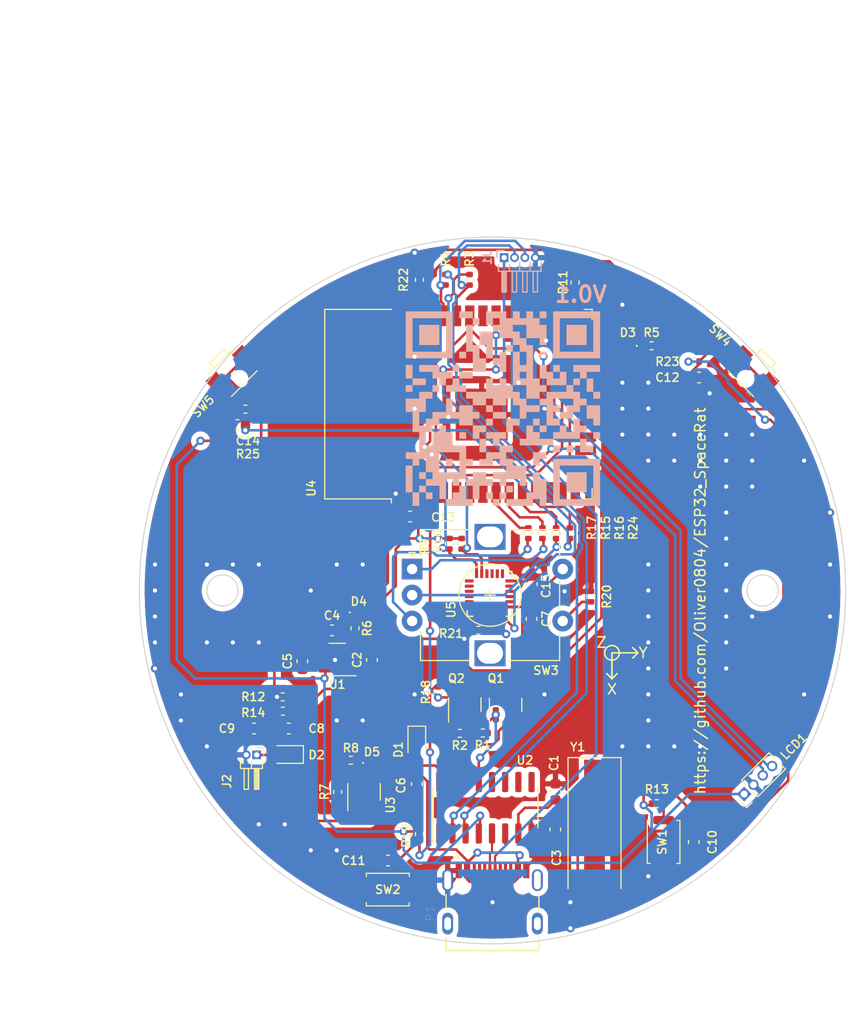
<source format=kicad_pcb>
(kicad_pcb (version 20211014) (generator pcbnew)
  (layers (0 "F.Cu" signal) (31 "B.Cu" signal) (34 "B.Paste" user) (35 "F.Paste" user) (36 "B.SilkS" user "B.Silkscreen") (37 "F.SilkS" user "F.Silkscreen") (38 "B.Mask" user) (39 "F.Mask" user) (44 "Edge.Cuts" user))
  (net 0 "")
  (net 1 "Net-(C1-Pad1)")
  (net 2 "Net-(C2-Pad1)")
  (net 3 "Net-(C4-Pad1)")
  (net 4 "+5V")
  (net 5 "/Li_BAT")
  (net 6 "/ADC0")
  (net 7 "Net-(C10-Pad2)")
  (net 8 "Net-(C11-Pad2)")
  (net 9 "Net-(C12-Pad2)")
  (net 10 "Net-(D3-Pad1)")
  (net 11 "Net-(D4-Pad1)")
  (net 12 "/ESP32_IO2")
  (net 13 "Net-(D5-Pad1)")
  (net 14 "/LCD_SCL")
  (net 15 "/LCD_SDA")
  (net 17 "/USB_D+")
  (net 18 "Net-(C14-Pad2)")
  (net 22 "/DTR")
  (net 23 "Net-(Q1-Pad2)")
  (net 24 "/RTS")
  (net 25 "Net-(Q2-Pad2)")
  (net 26 "Net-(R3-Pad1)")
  (net 27 "Net-(R4-Pad1)")
  (net 28 "Net-(R7-Pad1)")
  (net 29 "Net-(R8-Pad1)")
  (net 30 "/BT1")
  (net 31 "/ESP32_IO0")
  (net 32 "/BT2")
  (net 35 "Net-(R21-Pad1)")
  (net 36 "GND")
  (net 37 "Net-(R15-Pad2)")
  (net 38 "Net-(R16-Pad2)")
  (net 39 "Net-(C3-Pad1)")
  (net 40 "Net-(R17-Pad2)")
  (net 41 "Net-(R20-Pad1)")
  (net 42 "/USB_D-")
  (net 43 "+3V3")
  (net 46 "/ENCODER_A")
  (net 47 "/ENCODER_B")
  (net 48 "/ENCODER_C")
  (net 49 "/MPU_INT")
  (net 50 "/UART_RX")
  (net 51 "/UART_TX")
  (net 53 "/ESP32_EN")
  (footprint "RF_Module:ESP32-WROOM-32" (layer "F.Cu") (at 99.71 82.07 90)
    (fp_text reference "U4")
    (fp_text value "ESP32-WROOM-32D")
  )
  (footprint "Capacitor_SMD:C_0603_1608Metric" (layer "F.Cu") (at 103.76 102.73 -90)
    (fp_text reference "C7")
    (fp_text value "10uF")
  )
  (footprint "Resistor_SMD:R_0402_1005Metric" (layer "F.Cu") (at 96.85 113.7425 180)
    (fp_text reference "R2")
    (fp_text value "R")
  )
  (footprint "Capacitor_SMD:C_0603_1608Metric" (layer "F.Cu") (at 103.78 99.39 90)
    (fp_text reference "C15")
    (fp_text value "0.1uF")
  )
  (footprint "Resistor_SMD:R_0402_1005Metric" (layer "F.Cu") (at 99.06 113.7125 180)
    (fp_text reference "R1")
    (fp_text value "R")
  )
  (footprint "Capacitor_SMD:C_0603_1608Metric" (layer "F.Cu") (at 88.392 106.68 90)
    (fp_text reference "C2")
    (fp_text value "4.7uF")
  )
  (footprint "Button_Switch_SMD:SW_SPST_EVQP7C" (layer "F.Cu") (at 125 79 135)
    (fp_text reference "SW4")
    (fp_text value "SW_Push")
  )
  (footprint "Capacitor_SMD:C_0603_1608Metric" (layer "F.Cu") (at 77.04 113.284 180)
    (fp_text reference "C9")
    (fp_text value "100pF")
  )
  (footprint "Resistor_SMD:R_0402_1005Metric" (layer "F.Cu") (at 79.82 111.61 180)
    (fp_text reference "R14")
    (fp_text value "1MR")
  )
  (footprint "Resistor_SMD:R_0402_1005Metric" (layer "F.Cu") (at 95.474 70.094 -90)
    (fp_text reference "R4")
    (fp_text value "1K")
  )
  (footprint "LED_SMD:LED_0201_0603Metric" (layer "F.Cu") (at 113.03 76.454 180)
    (fp_text reference "D3")
    (fp_text value "LED")
  )
  (footprint "Capacitor_SMD:C_0603_1608Metric" (layer "F.Cu") (at 119.888 79.502 180)
    (fp_text reference "C12")
    (fp_text value "0.1uF")
  )
  (footprint "Resistor_SMD:R_0402_1005Metric" (layer "F.Cu") (at 107.95 70.358 90)
    (fp_text reference "R11")
    (fp_text value "470R")
  )
  (footprint "Button_Switch_SMD:SW_SPST_EVQP7C" (layer "F.Cu") (at 75 79 -135)
    (fp_text reference "SW5")
    (fp_text value "SW_Push")
  )
  (footprint "Resistor_SMD:R_0402_1005Metric" (layer "F.Cu") (at 76.2 82.55 180)
    (fp_text reference "R25")
    (fp_text value "4.7K")
  )
  (footprint "Package_TO_SOT_SMD:SOT-23-5" (layer "F.Cu") (at 87.63 119.38 90)
    (fp_text reference "U3")
    (fp_text value "MCP73832-5-OT")
  )
  (footprint "Crystal:Crystal_SMD_HC49-SD" (layer "F.Cu") (at 109.82 122.78 -90)
    (fp_text reference "Y1")
    (fp_text value "12Mhz")
  )
  (footprint "Rotary_Encoder:RotaryEncoder_Alps_EC12E-Switch_Vertical_H20mm" (layer "F.Cu") (at 92.26 97.94)
    (fp_text reference "SW3")
    (fp_text value "RotaryEncoder_Switch")
  )
  (footprint "Capacitor_SMD:C_0603_1608Metric" (layer "F.Cu") (at 84.55 103.84)
    (fp_text reference "C4")
    (fp_text value "470pF")
  )
  (footprint "Resistor_SMD:R_0402_1005Metric" (layer "F.Cu") (at 79.8 110.236 180)
    (fp_text reference "R12")
    (fp_text value "1M")
  )
  (footprint "Button_Switch_SMD:SW_Push_SPST_NO_Alps_SKRK" (layer "F.Cu") (at 116.47 124.194 90)
    (fp_text reference "SW1")
    (fp_text value "SW_Push")
  )
  (footprint "Capacitor_SMD:C_0603_1608Metric" (layer "F.Cu") (at 119.38 124.206 90)
    (fp_text reference "C10")
    (fp_text value "0.1uF")
  )
  (footprint "Resistor_SMD:R_0402_1005Metric" (layer "F.Cu") (at 92.964 70.104 90)
    (fp_text reference "R22")
    (fp_text value "330R")
  )
  (footprint "Capacitor_SMD:C_0603_1608Metric" (layer "F.Cu") (at 92.07 92.88 180)
    (fp_text reference "C13")
    (fp_text value "10nF")
  )
  (footprint "LED_SMD:LED_0201_0603Metric" (layer "F.Cu") (at 87.122 102.108)
    (fp_text reference "D4")
    (fp_text value "LED")
  )
  (footprint "Resistor_SMD:R_0402_1005Metric" (layer "F.Cu") (at 104.802 94.488 -90)
    (fp_text reference "R15")
    (fp_text value "R")
  )
  (footprint "Resistor_SMD:R_0402_1005Metric" (layer "F.Cu") (at 106.122 94.488 -90)
    (fp_text reference "R16")
    (fp_text value "R")
  )
  (footprint "Resistor_SMD:R_0402_1005Metric" (layer "F.Cu") (at 97.79 70.104 -90)
    (fp_text reference "R3")
    (fp_text value "4.7K")
  )
  (footprint "Capacitor_SMD:C_0603_1608Metric" (layer "F.Cu") (at 106.06 119.38 90)
    (fp_text reference "C1")
    (fp_text value "22p")
  )
  (footprint "Resistor_SMD:R_0402_1005Metric" (layer "F.Cu") (at 115.824 120.514)
    (fp_text reference "R13")
    (fp_text value "10K")
  )
  (footprint "Connector_USB:HRI_TYPE_C" (layer "F.Cu") (at 100 132.05)
    (fp_text reference "P1")
    (fp_text value "USB_C_Plug")
  )
  (footprint "Resistor_SMD:R_0402_1005Metric" (layer "F.Cu") (at 97.028 95.504 -90)
    (fp_text reference "R10")
    (fp_text value "4.7K")
  )
  (footprint "Package_TO_SOT_SMD:SOT-23" (layer "F.Cu") (at 97.33 110.9825 90)
    (fp_text reference "Q2")
    (fp_text value "Q_NPN_EBC")
  )
  (footprint "Sensor_Motion:InvenSense_QFN-24_4x4mm_P0.5mm" (layer "F.Cu") (at 99.71 100.33)
    (fp_text reference "U5")
    (fp_text value "MPU-6050")
  )
  (footprint "Resistor_SMD:R_0402_1005Metric" (layer "F.Cu") (at 92.964 123.444 -90)
    (fp_text reference "R19")
    (fp_text value "10K")
  )
  (footprint "Resistor_SMD:R_0402_1005Metric" (layer "F.Cu") (at 119.378 77.978)
    (fp_text reference "R23")
    (fp_text value "4.7K")
  )
  (footprint "LED_SMD:LED_0201_0603Metric" (layer "F.Cu") (at 88.392 116.586)
    (fp_text reference "D5")
    (fp_text value "LED")
  )
  (footprint "Resistor_SMD:R_0402_1005Metric" (layer "F.Cu") (at 86.36 116.332)
    (fp_text reference "R8")
    (fp_text value "470R")
  )
  (footprint "Resistor_SMD:R_0402_1005Metric" (layer "F.Cu") (at 109.474 100.584 90)
    (fp_text reference "R20")
    (fp_text value "10KR")
  )
  (footprint "Resistor_SMD:R_0402_1005Metric" (layer "F.Cu") (at 95.85 95.5 -90)
    (fp_text reference "R9")
    (fp_text value "4.7K")
  )
  (footprint "Package_TO_SOT_SMD:SOT-23-5" (layer "F.Cu") (at 85.05 106.64 180)
    (fp_text reference "U1")
    (fp_text value "MIC5219-3.3YM5")
  )
  (footprint "Connector_PinHeader_1.00mm:PinHeader_1x02_P1.00mm_Horizontal" (layer "F.Cu") (at 77.29 115.815 -90)
    (fp_text reference "J2")
    (fp_text value "Conn_01x02")
  )
  (footprint "Package_TO_SOT_SMD:SOT-23" (layer "F.Cu") (at 101.26 111.0125 90)
    (fp_text reference "Q1")
    (fp_text value "Q_NPN_EBC")
  )
  (footprint "Resistor_SMD:R_0402_1005Metric" (layer "F.Cu") (at 94.76 109.7825 90)
    (fp_text reference "R18")
    (fp_text value "470R")
  )
  (footprint "Capacitor_SMD:C_0603_1608Metric" (layer "F.Cu") (at 80.39 113.284)
    (fp_text reference "C8")
    (fp_text value "4.7uF")
  )
  (footprint "Capacitor_SMD:C_0603_1608Metric" (layer "F.Cu") (at 81.69 106.81 90)
    (fp_text reference "C5")
    (fp_text value "2.2uF")
  )
  (footprint "Diode_SMD:D_SOD-323" (layer "F.Cu") (at 92.71 114.554 -90)
    (fp_text reference "D1")
    (fp_text value "D")
  )
  (footprint "Resistor_SMD:R_0402_1005Metric" (layer "F.Cu") (at 107.442 94.488 -90)
    (fp_text reference "R24")
    (fp_text value "330R")
  )
  (footprint "Capacitor_SMD:C_0603_1608Metric" (layer "F.Cu") (at 92.71 118.618 -90)
    (fp_text reference "C6")
    (fp_text value "4.7uF")
  )
  (footprint "Resistor_SMD:R_0402_1005Metric" (layer "F.Cu") (at 98.64 103.82 180)
    (fp_text reference "R21")
    (fp_text value "NC")
  )
  (footprint "Package_SO:SOIC-16_3.9x9.9mm_P1.27mm" (layer "F.Cu") (at 99.314 120.904 90)
    (fp_text reference "U2")
    (fp_text value "CH340G")
  )
  (footprint "Capacitor_SMD:C_0603_1608Metric" (layer "F.Cu") (at 106.04 122.99 -90)
    (fp_text reference "C3")
    (fp_text value "22p")
  )
  (footprint "Capacitor_SMD:C_0603_1608Metric" (layer "F.Cu") (at 75.438 84.074)
    (fp_text reference "C14")
    (fp_text value "0.1uF")
  )
  (footprint "Button_Switch_SMD:SW_Push_SPST_NO_Alps_SKRK" (layer "F.Cu") (at 89.916 128.778)
    (fp_text reference "SW2")
    (fp_text value "SW_Push")
  )
  (footprint "Diode_SMD:D_SOD-323" (layer "F.Cu") (at 80.29 115.78 180)
    (fp_text reference "D2")
    (fp_text value "D")
  )
  (footprint "Resistor_SMD:R_0402_1005Metric" (layer "F.Cu") (at 86.76 103.632 -90)
    (fp_text reference "R6")
    (fp_text value "R")
  )
  (footprint "Resistor_SMD:R_0402_1005Metric" (layer "F.Cu") (at 103.452 94.488 -90)
    (fp_text reference "R17")
    (fp_text value "R")
  )
  (footprint "Resistor_SMD:R_0402_1005Metric" (layer "F.Cu") (at 115.316 76.454)
    (fp_text reference "R5")
    (fp_text value "R")
  )
  (footprint "Connector_PinHeader_1.27mm:PinHeader_1x04_P1.27mm_Vertical" (layer "F.Cu") (at 124.226497 119.583503 135)
    (fp_text reference "LCD1")
    (fp_text value "Conn_01x04")
  )
  (footprint "Resistor_SMD:R_0402_1005Metric" (layer "F.Cu") (at 85.09 119.382 -90)
    (fp_text reference "R7")
    (fp_text value "2K")
  )
  (footprint "Capacitor_SMD:C_0603_1608Metric" (layer "F.Cu") (at 89.929 125.984)
    (fp_text reference "C11")
    (fp_text value "0.1uF")
  )
  (footprint "LOGO" (layer "B.Cu") (at 101 82.5 180)
    (fp_text reference "V0.1")
    (fp_text value "LOGO" hide)
  )
  (footprint "Connector_PinHeader_1.00mm:PinHeader_1x04_P1.00mm_Horizontal" (layer "B.Cu") (at 101.116 67.967 -90)
    (fp_text reference "J1")
    (fp_text value "Conn_01x04")
  )
  (gr_circle (center 111.5 106) (end 112 106.5) (layer "F.SilkS") (width 0.15) (fill none))
  (gr_line (start 114 106) (end 113.5 106.5) (layer "F.SilkS") (width 0.15))
  (gr_line (start 111.5 108.5) (end 111 108) (layer "F.SilkS") (width 0.15))
  (gr_line (start 111.5 106) (end 111.5 108.5) (layer "F.SilkS") (width 0.15))
  (gr_line (start 114 106) (end 111.5 106) (layer "F.SilkS") (width 0.15))
  (gr_line (start 114 106) (end 113.5 105.5) (layer "F.SilkS") (width 0.15))
  (gr_line (start 113.5 105.5) (end 114 106) (layer "F.SilkS") (width 0.15))
  (gr_line (start 111.5 108.5) (end 112 108) (layer "F.SilkS") (width 0.15))
  (gr_line (start 111 108) (end 111.5 108.5) (layer "F.SilkS") (width 0.15))
  (gr_line (start 111.5 108.5) (end 111.5 106) (layer "F.SilkS") (width 0.15))
  (gr_circle (center 100 100) (end 134 100) (layer "Edge.Cuts") (width 0.1) (fill none))
  (gr_circle (center 126 100) (end 127.5 100) (layer "Edge.Cuts") (width 0.1) (fill none))
  (gr_circle (center 74 100) (end 75.5 100) (layer "Edge.Cuts") (width 0.1) (fill none))
  (gr_text "X\n" (at 111.5 109.5) (layer "F.SilkS") (effects (font (size 1 1))))
  (gr_text "https://github.com/Oliver0804/ESP32_SpaceRat" (at 120 101 90) (layer "F.SilkS") (effects (font (size 1 1))))
  (gr_text "Z" (at 110.5 105) (layer "F.SilkS") (effects (font (size 1 1))))
  (gr_text "Y\n" (at 114.5 106) (layer "F.SilkS") (effects (font (size 1 1))))
  (segment (start 108.8 118.53) (end 109.82 118.53) (width 0.25) (layer "F.Cu") (net 1))
  (segment (start 102.489 123.379) (end 102.489 121.539) (width 0.25) (layer "F.Cu") (net 1))
  (segment (start 106.06 120.155) (end 107.175 120.155) (width 0.25) (layer "F.Cu") (net 1))
  (segment (start 107.175 120.155) (end 108.8 118.53) (width 0.25) (layer "F.Cu") (net 1))
  (segment (start 105.311 120.904) (end 106.06 120.155) (width 0.25) (layer "F.Cu") (net 1))
  (segment (start 102.489 121.539) (end 103.124 120.904) (width 0.25) (layer "F.Cu") (net 1))
  (segment (start 103.124 120.904) (end 105.311 120.904) (width 0.25) (layer "F.Cu") (net 1))
  (segment (start 81.384 115.824) (end 82.296 115.824) (width 0.25) (layer "F.Cu") (net 2))
  (segment (start 82.55 115.57) (end 82.55 110.744) (width 0.25) (layer "F.Cu") (net 2))
  (segment (start 88.392 109.186) (end 88.392 108.458) (width 0.25) (layer "F.Cu") (net 2))
  (segment (start 83.82 109.474) (end 87.63 109.474) (width 0.25) (layer "F.Cu") (net 2))
  (segment (start 87.959138 107.59) (end 86.1875 107.59) (width 0.25) (layer "F.Cu") (net 2))
  (segment (start 82.296 115.824) (end 82.55 115.57) (width 0.25) (layer "F.Cu") (net 2))
  (segment (start 88.257 107.59) (end 88.392 107.455) (width 0.25) (layer "F.Cu") (net 2))
  (segment (start 89.19152 105.452382) (end 89.19152 106.357618) (width 0.25) (layer "F.Cu") (net 2))
  (segment (start 92.71 113.504) (end 88.392 109.186) (width 0.25) (layer "F.Cu") (net 2))
  (segment (start 88.392 108.458) (end 88.392 107.455) (width 0.25) (layer "F.Cu") (net 2))
  (segment (start 86.1875 105.69) (end 86.74702 105.13048) (width 0.25) (layer "F.Cu") (net 2))
  (segment (start 82.55 110.744) (end 83.82 109.474) (width 0.25) (layer "F.Cu") (net 2))
  (segment (start 86.1875 107.59) (end 88.257 107.59) (width 0.25) (layer "F.Cu") (net 2))
  (segment (start 86.74702 105.13048) (end 88.869618 105.13048) (width 0.25) (layer "F.Cu") (net 2))
  (segment (start 87.63 109.474) (end 88.392 108.712) (width 0.25) (layer "F.Cu") (net 2))
  (segment (start 88.869618 105.13048) (end 89.19152 105.452382) (width 0.25) (layer "F.Cu") (net 2))
  (segment (start 88.392 108.712) (end 88.392 108.458) (width 0.25) (layer "F.Cu") (net 2))
  (segment (start 89.19152 106.357618) (end 87.959138 107.59) (width 0.25) (layer "F.Cu") (net 2))
  (segment (start 83.9125 105.69) (end 83.9125 103.9775) (width 0.25) (layer "F.Cu") (net 3))
  (segment (start 83.9125 103.9775) (end 83.775 103.84) (width 0.25) (layer "F.Cu") (net 3))
  (segment (start 93.205 117.843) (end 92.71 117.843) (width 0.25) (layer "F.Cu") (net 4))
  (segment (start 102.45 126.955) (end 102.45 125.642) (width 0.25) (layer "F.Cu") (net 4))
  (segment (start 97.536 127.762) (end 97.79 128.016) (width 0.25) (layer "F.Cu") (net 4))
  (segment (start 97.55 126.224) (end 97.55 126.955) (width 0.25) (layer "F.Cu") (net 4))
  (segment (start 102.108 128.016) (end 102.45 127.674) (width 0.25) (layer "F.Cu") (net 4))
  (segment (start 102.45 127.674) (end 102.45 126.955) (width 0.25) (layer "F.Cu") (net 4))
  (segment (start 94.996 118.302) (end 94.869 118.429) (width 0.25) (layer "F.Cu") (net 4))
  (segment (start 102.45 125.642) (end 102.616 125.476) (width 0.25) (layer "F.Cu") (net 4))
  (segment (start 92.71 117.094) (end 92.964 116.84) (width 0.25) (layer "F.Cu") (net 4))
  (segment (start 94.996 117.348) (end 94.996 118.302) (width 0.25) (layer "F.Cu") (net 4))
  (segment (start 97.55 125.98) (end 96.491901 124.921901) (width 0.25) (layer "F.Cu") (net 4))
  (segment (start 92.71 117.843) (end 92.71 115.604) (width 0.25) (layer "F.Cu") (net 4))
  (segment (start 98.552 125.222) (end 97.55 126.224) (width 0.25) (layer "F.Cu") (net 4))
  (segment (start 88.58 118.2425) (end 88.58 117.414) (width 0.25) (layer "F.Cu") (net 4))
  (segment (start 97.55 126.955) (end 97.55 125.98) (width 0.25) (layer "F.Cu") (net 4))
  (segment (start 94.488 116.84) (end 94.996 117.348) (width 0.25) (layer "F.Cu") (net 4))
  (segment (start 97.536 126.969) (end 97.536 127.762) (width 0.25) (layer "F.Cu") (net 4))
  (segment (start 92.964 116.84) (end 94.488 116.84) (width 0.25) (layer "F.Cu") (net 4))
  (segment (start 88.966 116.84) (end 88.712 116.586) (width 0.25) (layer "F.Cu") (net 4))
  (segment (start 89.154 116.84) (end 88.966 116.84) (width 0.25) (layer "F.Cu") (net 4))
  (segment (start 96.491901 124.921901) (end 93.942501 124.921901) (width 0.25) (layer "F.Cu") (net 4))
  (segment (start 97.55 126.955) (end 97.536 126.969) (width 0.25) (layer "F.Cu") (net 4))
  (segment (start 92.71 117.843) (end 92.71 117.094) (width 0.25) (layer "F.Cu") (net 4))
  (segment (start 88.58 117.414) (end 89.154 116.84) (width 0.25) (layer "F.Cu") (net 4))
  (segment (start 93.942501 124.921901) (end 93.726 124.7054) (width 0.25) (layer "F.Cu") (net 4))
  (segment (start 92.71 117.094) (end 92.456 116.84) (width 0.25) (layer "F.Cu") (net 4))
  (segment (start 92.456 116.84) (end 89.154 116.84) (width 0.25) (layer "F.Cu") (net 4))
  (segment (start 93.726 118.364) (end 93.205 117.843) (width 0.25) (layer "F.Cu") (net 4))
  (segment (start 97.79 128.016) (end 102.108 128.016) (width 0.25) (layer "F.Cu") (net 4))
  (segment (start 93.726 124.7054) (end 93.726 118.364) (width 0.25) (layer "F.Cu") (net 4))
  (via (at 98.552 125.222) (size 0.8) (drill 0.4) (layers "F.Cu" "B.Cu") (net 4))
  (via (at 102.616 125.476) (size 0.8) (drill 0.4) (layers "F.Cu" "B.Cu") (net 4))
  (segment (start 109.982 92.71) (end 109.982 115.824) (width 0.25) (layer "B.Cu") (net 4))
  (segment (start 102.362 125.222) (end 98.552 125.222) (width 0.25) (layer "B.Cu") (net 4))
  (segment (start 100.584 125.222) (end 98.552 125.222) (width 0.25) (layer "B.Cu") (net 4))
  (segment (start 101.116 67.967) (end 101.116 83.844) (width 0.25) (layer "B.Cu") (net 4))
  (segment (start 109.982 115.824) (end 100.584 125.222) (width 0.25) (layer "B.Cu") (net 4))
  (segment (start 101.116 83.844) (end 109.982 92.71) (width 0.25) (layer "B.Cu") (net 4))
  (segment (start 102.616 125.476) (end 102.362 125.222) (width 0.25) (layer "B.Cu") (net 4))
  (segment (start 79.615 115.405) (end 79.615 113.284) (width 0.25) (layer "F.Cu") (net 5))
  (segment (start 79.24 118.356) (end 79.24 115.78) (width 0.25) (layer "F.Cu") (net 5))
  (segment (start 79.24 115.78) (end 79.615 115.405) (width 0.25) (layer "F.Cu") (net 5))
  (segment (start 79.205 115.815) (end 79.24 115.78) (width 0.25) (layer "F.Cu") (net 5))
  (segment (start 79.615 111.915) (end 79.31 111.61) (width 0.25) (layer "F.Cu") (net 5))
  (segment (start 88.58 121.732) (end 88.138 122.174) (width 0.25) (layer "F.Cu") (net 5))
  (segment (start 88.138 122.174) (end 83.058 122.174) (width 0.25) (layer "F.Cu") (net 5))
  (segment (start 83.058 122.174) (end 79.24 118.356) (width 0.25) (layer "F.Cu") (net 5))
  (segment (start 88.58 120.5175) (end 88.58 121.732) (width 0.25) (layer "F.Cu") (net 5))
  (segment (start 79.615 113.284) (end 79.615 111.915) (width 0.25) (layer "F.Cu") (net 5))
  (segment (start 77.29 115.815) (end 79.205 115.815) (width 0.25) (layer "F.Cu") (net 5))
  (segment (start 91.186 88.9) (end 78.994 101.092) (width 0.25) (layer "F.Cu") (net 6))
  (segment (start 77.815 113.284) (end 77.815 109.891) (width 0.25) (layer "F.Cu") (net 6))
  (segment (start 106.695 86.3536) (end 104.1486 88.9) (width 0.25) (layer "F.Cu") (net 6))
  (segment (start 80.31 109.52) (end 80.31 110.236) (width 0.25) (layer "F.Cu") (net 6))
  (segment (start 80.01 109.22) (end 80.31 109.52) (width 0.25) (layer "F.Cu") (net 6))
  (segment (start 77.815 109.891) (end 78.486 109.22) (width 0.25) (layer "F.Cu") (net 6))
  (segment (start 104.1486 88.9) (end 91.186 88.9) (width 0.25) (layer "F.Cu") (net 6))
  (segment (start 80.33 111.61) (end 80.33 110.256) (width 0.25) (layer "F.Cu") (net 6))
  (segment (start 78.994 109.22) (end 80.01 109.22) (width 0.25) (layer "F.Cu") (net 6))
  (segment (start 78.994 101.092) (end 78.994 109.22) (width 0.25) (layer "F.Cu") (net 6))
  (segment (start 78.486 109.22) (end 78.994 109.22) (width 0.25) (layer "F.Cu") (net 6))
  (segment (start 80.33 110.256) (end 80.31 110.236) (width 0.25) (layer "F.Cu") (net 6))
  (segment (start 106.695 73.57) (end 106.695 86.3536) (width 0.25) (layer "F.Cu") (net 6))
  (segment (start 117.807 123.431) (end 116.47 122.094) (width 0.25) (layer "F.Cu") (net 7))
  (segment (start 117.856 81.788) (end 118.618 82.55) (width 0.25) (layer "F.Cu") (net 7))
  (segment (start 119.901 123.431) (end 119.38 123.431) (width 0.25) (layer "F.Cu") (net 7))
  (segment (start 108.739511 70.637511) (end 112.547511 70.637511) (width 0.25) (layer "F.Cu") (net 7))
  (segment (start 126.492 82.55) (end 128.465511 84.523511) (width 0.25) (layer "F.Cu") (net 7))
  (segment (start 119.38 123.431) (end 117.807 123.431) (width 0.25) (layer "F.Cu") (net 7))
  (segment (start 128.46551 118.296194) (end 124.138193 122.623511) (width 0.25) (layer "F.Cu") (net 7))
  (segment (start 124.138193 122.623511) (end 120.708489 122.623511) (width 0.25) (layer "F.Cu") (net 7))
  (segment (start 117.856 75.946) (end 117.856 81.788) (width 0.25) (layer "F.Cu") (net 7))
  (segment (start 128.465511 84.523511) (end 128.46551 118.296194) (width 0.25) (layer "F.Cu") (net 7))
  (segment (start 116.47 122.094) (end 116.47 120.65) (width 0.25) (layer "F.Cu") (net 7))
  (segment (start 118.618 82.55) (end 126.492 82.55) (width 0.25) (layer "F.Cu") (net 7))
  (segment (start 112.547511 70.637511) (end 117.856 75.946) (width 0.25) (layer "F.Cu") (net 7))
  (segment (start 116.47 120.65) (end 116.334 120.514) (width 0.25) (layer "F.Cu") (net 7))
  (segment (start 107.95 69.848) (end 108.739511 70.637511) (width 0.25) (layer "F.Cu") (net 7))
  (segment (start 120.708489 122.623511) (end 119.901 123.431) (width 0.25) (layer "F.Cu") (net 7))
  (segment (start 90.934 125.984) (end 92.964 123.954) (width 0.25) (layer "F.Cu") (net 8))
  (segment (start 92.016 128.778) (end 92.016 127.296) (width 0.25) (layer "F.Cu") (net 8))
  (segment (start 92.016 127.296) (end 90.704 125.984) (width 0.25) (layer "F.Cu") (net 8))
  (segment (start 92.964 123.954) (end 92.964 125.476) (width 0.25) (layer "F.Cu") (net 8))
  (segment (start 94.76 109.2725) (end 94.4355 109.2725) (width 0.25) (layer "F.Cu") (net 8))
  (segment (start 93.98 109.728) (end 93.98 115.57) (width 0.25) (layer "F.Cu") (net 8))
  (segment (start 90.704 125.984) (end 90.934 125.984) (width 0.25) (layer "F.Cu") (net 8))
  (segment (start 94.4355 109.2725) (end 93.98 109.728) (width 0.25) (layer "F.Cu") (net 8))
  (via (at 92.964 125.476) (size 0.8) (drill 0.4) (layers "F.Cu" "B.Cu") (net 8))
  (via (at 93.98 115.57) (size 0.8) (drill 0.4) (layers "F.Cu" "B.Cu") (net 8))
  (segment (start 93.98 115.57) (end 93.98 124.46) (width 0.25) (layer "B.Cu") (net 8))
  (segment (start 93.98 124.46) (end 92.964 125.476) (width 0.25) (layer "B.Cu") (net 8))
  (segment (start 124.236325 77.988162) (end 126.011838 79.763675) (width 0.25) (layer "F.Cu") (net 9))
  (segment (start 121.142884 76.723116) (end 119.649116 76.723116) (width 0.25) (layer "F.Cu") (net 9))
  (segment (start 119.888 78.232) (end 119.888 77.978) (width 0.25) (layer "F.Cu") (net 9))
  (segment (start 105.571489 67.217489) (end 95.340511 67.217489) (width 0.25) (layer "F.Cu") (net 9))
  (segment (start 119.649116 76.723116) (end 111.252 68.326) (width 0.25) (layer "F.Cu") (net 9))
  (segment (start 119.113 79.007) (end 119.888 78.232) (width 0.25) (layer "F.Cu") (net 9))
  (segment (start 111.252 68.326) (end 106.68 68.326) (width 0.25) (layer "F.Cu") (net 9))
  (segment (start 124.236325 77.218091) (end 123.74135 76.723116) (width 0.25) (layer "F.Cu") (net 9))
  (segment (start 106.68 68.326) (end 105.571489 67.217489) (width 0.25) (layer "F.Cu") (net 9))
  (segment (start 123.74135 76.723116) (end 121.396884 76.723116) (width 0.25) (layer "F.Cu") (net 9))
  (segment (start 119.888 77.978) (end 121.142884 76.723116) (width 0.25) (layer "F.Cu") (net 9))
  (segment (start 124.236325 77.218091) (end 124.236325 77.988162) (width 0.25) (layer "F.Cu") (net 9))
  (segment (start 95.340511 67.217489) (end 92.964 69.594) (width 0.25) (layer "F.Cu") (net 9))
  (segment (start 126.011838 79.763675) (end 126.781909 79.763675) (width 0.25) (layer "F.Cu") (net 9))
  (segment (start 121.142884 76.723116) (end 121.396884 76.723116) (width 0.25) (layer "F.Cu") (net 9))
  (segment (start 119.113 79.502) (end 119.113 79.007) (width 0.25) (layer "F.Cu") (net 9))
  (segment (start 113.35 76.454) (end 114.806 76.454) (width 0.25) (layer "F.Cu") (net 10))
  (segment (start 86.76 103.122) (end 86.76 102.15) (width 0.25) (layer "F.Cu") (net 11))
  (segment (start 86.76 102.15) (end 86.802 102.108) (width 0.25) (layer "F.Cu") (net 11))
  (segment (start 112.611 76.355) (end 112.71 76.454) (width 0.25) (layer "F.Cu") (net 12))
  (segment (start 108.965 76.355) (end 112.611 76.355) (width 0.25) (layer "F.Cu") (net 12))
  (segment (start 87.818 116.332) (end 88.072 116.586) (width 0.25) (layer "F.Cu") (net 13))
  (segment (start 86.87 116.332) (end 87.818 116.332) (width 0.25) (layer "F.Cu") (net 13))
  (segment (start 93.454009 86.183084) (end 93.218 86.419093) (width 0.25) (layer "F.Cu") (net 14))
  (segment (start 98.96 98.38) (end 98.96 96.928) (width 0.25) (layer "F.Cu") (net 14))
  (segment (start 93.98 88.138) (end 103.886 88.138) (width 0.25) (layer "F.Cu") (net 14))
  (segment (start 98.96 96.928) (end 98.552 96.52) (width 0.25) (layer "F.Cu") (net 14))
  (segment (start 97.434478 96.014) (end 97.536 95.912478) (width 0.25) (layer "F.Cu") (net 14))
  (segment (start 98.552 96.52) (end 97.534 96.52) (width 0.25) (layer "F.Cu") (net 14))
  (segment (start 97.534 96.52) (end 97.028 96.014) (width 0.25) (layer "F.Cu") (net 14))
  (segment (start 93.995 85.642093) (end 93.454009 86.183084) (width 0.25) (layer "F.Cu") (net 14))
  (segment (start 103.886 88.138) (end 105.664 86.36) (width 0.25) (layer "F.Cu") (net 14))
  (segment (start 93.218 86.419093) (end 93.218 87.376) (width 0.25) (layer "F.Cu") (net 14))
  (segment (start 93.218 87.376) (end 93.98 88.138) (width 0.25) (layer "F.Cu") (net 14))
  (segment (start 97.028 96.014) (end 97.434478 96.014) (width 0.25) (layer "F.Cu") (net 14))
  (segment (start 93.995 73.57) (end 93.995 85.642093) (width 0.25) (layer "F.Cu") (net 14))
  (via (at 105.664 86.36) (size 0.8) (drill 0.4) (layers "F.Cu" "B.Cu") (net 14))
  (via (at 97.536 95.912478) (size 0.8) (drill 0.4) (layers "F.Cu" "B.Cu") (net 14))
  (via (at 93.454009 86.183084) (size 0.8) (drill 0.4) (layers "F.Cu" "B.Cu") (net 14))
  (segment (start 93.454009 86.183084) (end 93.456094 86.180999) (width 0.25) (layer "B.Cu") (net 14))
  (segment (start 109.22 86.36) (end 105.664 86.36) (width 0.25) (layer "B.Cu") (net 14))
  (segment (start 117.602 108.712) (end 117.602 94.742) (width 0.25) (layer "B.Cu") (net 14))
  (segment (start 126.022548 117.132548) (end 117.602 108.712) (width 0.25) (layer "B.Cu") (net 14))
  (segment (start 117.602 94.742) (end 109.22 86.36) (width 0.25) (layer "B.Cu") (net 14))
  (segment (start 94.444847 86.180999) (end 97.536 89.272152) (width 0.25) (layer "B.Cu") (net 14))
  (segment (start 97.536 89.272152) (end 97.536 95.912478) (width 0.25) (layer "B.Cu") (net 14))
  (segment (start 126.022548 117.787452) (end 126.022548 117.132548) (width 0.25) (layer "B.Cu") (net 14))
  (segment (start 93.456094 86.180999) (end 94.444847 86.180999) (width 0.25) (layer "B.Cu") (net 14))
  (segment (start 94.545499 86.504749) (end 94.144748 86.9055) (width 0.25) (layer "F.Cu") (net 15))
  (segment (start 95.85 96.01) (end 95.347522 96.01) (width 0.25) (layer "F.Cu") (net 15))
  (segment (start 98.46 97.444) (end 98.044 97.028) (width 0.25) (layer "F.Cu") (net 15))
  (segment (start 97.805 73.57) (end 97.805 74.82) (width 0.25) (layer "F.Cu") (net 15))
  (segment (start 99.693 76.708) (end 104.14 76.708) (width 0.25) (layer "F.Cu") (net 15))
  (segment (start 95.85 96.358) (end 95.85 96.01) (width 0.25) (layer "F.Cu") (net 15))
  (segment (start 98.46 98.38) (end 98.46 97.444) (width 0.25) (layer "F.Cu") (net 15))
  (segment (start 98.044 97.028) (end 96.52 97.028) (width 0.25) (layer "F.Cu") (net 15))
  (segment (start 104.14 76.708) (end 104.902 77.47) (width 0.25) (layer "F.Cu") (net 15))
  (segment (start 97.805 74.82) (end 99.693 76.708) (width 0.25) (layer "F.Cu") (net 15))
  (segment (start 95.347522 96.01) (end 95.25 95.912478) (width 0.25) (layer "F.Cu") (net 15))
  (segment (start 94.545499 78.079501) (end 94.545499 86.504749) (width 0.25) (layer "F.Cu") (net 15))
  (segment (start 97.805 74.82) (end 94.545499 78.079501) (width 0.25) (layer "F.Cu") (net 15))
  (segment (start 96.52 97.028) (end 95.85 96.358) (width 0.25) (layer "F.Cu") (net 15))
  (via (at 94.144748 86.9055) (size 0.8) (drill 0.4) (layers "F.Cu" "B.Cu") (net 15))
  (via (at 104.902 77.47) (size 0.8) (drill 0.4) (layers "F.Cu" "B.Cu") (net 15))
  (via (at 95.25 95.912478) (size 0.8) (drill 0.4) (layers "F.Cu" "B.Cu") (net 15))
  (segment (start 126.541426 116.889426) (end 118.11 108.458) (width 0.25) (layer "B.Cu") (net 15))
  (segment (start 126.920574 116.889426) (end 126.541426 116.889426) (width 0.25) (layer "B.Cu") (net 15))
  (segment (start 118.11 94.234) (end 104.902 81.026) (width 0.25) (layer "B.Cu") (net 15))
  (segment (start 95.472501 95.689977) (end 95.25 95.912478) (width 0.25) (layer "B.Cu") (net 15))
  (segment (start 94.144748 86.9055) (end 95.472501 88.233253) (width 0.25) (layer "B.Cu") (net 15))
  (segment (start 95.472501 88.233253) (end 95.472501 95.689977) (width 0.25) (layer "B.Cu") (net 15))
  (segment (start 104.902 81.026) (end 104.902 77.47) (width 0.25) (layer "B.Cu") (net 15))
  (segment (start 118.11 108.458) (end 118.11 94.234) (width 0.25) (layer "B.Cu") (net 15))
  (segment (start 99.949 125.095) (end 99.949 123.379) (width 0.2) (layer "F.Cu") (net 17))
  (segment (start 99.75 125.294) (end 99.949 125.095) (width 0.2) (layer "F.Cu") (net 17))
  (segment (start 99.75 126.955) (end 99.75 125.294) (width 0.2) (layer "F.Cu") (net 17))
  (segment (start 75.692 82.548) (end 75.69 82.55) (width 0.25) (layer "F.Cu") (net 18))
  (segment (start 107.442 95.573431) (end 107.2455 95.769931) (width 0.25) (layer "F.Cu") (net 18))
  (segment (start 107.442 94.998) (end 107.442 95.573431) (width 0.25) (layer "F.Cu") (net 18))
  (segment (start 73.988162 79.763675) (end 73.218091 79.763675) (width 0.25) (layer "F.Cu") (net 18))
  (segment (start 75.763675 77.218091) (end 75.763675 77.988162) (width 0.25) (layer "F.Cu") (net 18))
  (segment (start 75.763675 77.988162) (end 74.589918 79.161918) (width 0.25) (layer "F.Cu") (net 18))
  (segment (start 74.589918 79.614547) (end 75.493371 80.518) (width 0.25) (layer "F.Cu") (net 18))
  (segment (start 75.69 82.55) (end 75.69 83.551) (width 0.25) (layer "F.Cu") (net 18))
  (segment (start 76.213 84.074) (end 76.213 84.569) (width 0.25) (layer "F.Cu") (net 18))
  (segment (start 74.589918 79.161918) (end 74.589918 79.614547) (width 0.25) (layer "F.Cu") (net 18))
  (segment (start 75.69 83.551) (end 76.213 84.074) (width 0.25) (layer "F.Cu") (net 18))
  (segment (start 74.589918 79.161918) (end 73.988162 79.763675) (width 0.25) (layer "F.Cu") (net 18))
  (segment (start 75.493371 80.518) (end 75.692 80.518) (width 0.25) (layer "F.Cu") (net 18))
  (segment (start 75.692 80.518) (end 75.692 82.548) (width 0.25) (layer "F.Cu") (net 18))
  (segment (start 76.213 84.569) (end 76.2 84.582) (width 0.25) (layer "F.Cu") (net 18))
  (via (at 76.2 84.582) (size 0.8) (drill 0.4) (layers "F.Cu" "B.Cu") (net 18))
  (via (at 107.2455 95.769931) (size 0.8) (drill 0.4) (layers "F.Cu" "B.Cu") (net 18))
  (segment (start 107.2455 94.2915) (end 107.2455 95.769931) (width 0.25) (layer "B.Cu") (net 18))
  (segment (start 97.536 84.582) (end 107.2455 94.2915) (width 0.25) (layer "B.Cu") (net 18))
  (segment (start 76.2 84.582) (end 97.536 84.582) (width 0.25) (layer "B.Cu") (net 18))
  (segment (start 99.57 112.69) (end 100.31 111.95) (width 0.25) (layer "F.Cu") (net 22))
  (segment (start 98.679 116.205) (end 98.806 116.078) (width 0.25) (layer "F.Cu") (net 22))
  (segment (start 99.57 113.7125) (end 99.57 112.69) (width 0.25) (layer "F.Cu") (net 22))
  (segment (start 98.679 118.429) (end 98.679 116.205) (width 0.25) (layer "F.Cu") (net 22))
  (via (at 98.806 116.078) (size 0.8) (drill 0.4) (layers "F.Cu" "B.Cu") (net 22))
  (via (at 100.31 111.95) (size 0.8) (drill 0.4) (layers "F.Cu" "B.Cu") (net 22))
  (segment (start 100.31 114.574) (end 100.31 111.95) (width 0.25) (layer "B.Cu") (net 22))
  (segment (start 98.806 116.078) (end 100.31 114.574) (width 0.25) (layer "B.Cu") (net 22))
  (segment (start 100.076 114.808) (end 100.584 114.3) (width 0.25) (layer "F.Cu") (net 23))
  (segment (start 97.36 113.7425) (end 97.36 114.632) (width 0.25) (layer "F.Cu") (net 23))
  (segment (start 102.172 111.95) (end 102.21 111.95) (width 0.25) (layer "F.Cu") (net 23))
  (segment (start 97.536 114.808) (end 100.076 114.808) (width 0.25) (layer "F.Cu") (net 23))
  (segment (start 100.584 113.538) (end 102.172 111.95) (width 0.25) (layer "F.Cu") (net 23))
  (segment (start 97.36 114.632) (end 97.536 114.808) (width 0.25) (layer "F.Cu") (net 23))
  (segment (start 100.584 114.3) (end 100.584 113.538) (width 0.25) (layer "F.Cu") (net 23))
  (segment (start 96.38 111.92) (end 96.34 111.96) (width 0.25) (layer "F.Cu") (net 24))
  (segment (start 96.34 114.882) (end 97.409 115.951) (width 0.25) (layer "F.Cu") (net 24))
  (segment (start 97.409 115.951) (end 97.409 118.429) (width 0.25) (layer "F.Cu") (net 24))
  (segment (start 96.34 111.96) (end 96.34 113.7425) (width 0.25) (layer "F.Cu") (net 24))
  (segment (start 96.34 113.7425) (end 96.34 114.882) (width 0.25) (layer "F.Cu") (net 24))
  (segment (start 98.55 113.7125) (end 98.55 112.19) (width 0.25) (layer "F.Cu") (net 25))
  (segment (start 98.55 112.19) (end 98.28 111.92) (width 0.25) (layer "F.Cu") (net 25))
  (segment (start 95.758 71.882) (end 96.266 71.374) (width 0.25) (layer "F.Cu") (net 26))
  (segment (start 96.139 123.379) (end 96.139 121.793) (width 0.25) (layer "F.Cu") (net 26))
  (segment (start 96.139 121.793) (end 96.266 121.666) (width 0.25) (layer "F.Cu") (net 26))
  (segment (start 96.266 71.374) (end 96.266 70.104) (width 0.25) (layer "F.Cu") (net 26))
  (segment (start 96.266 70.104) (end 96.776 69.594) (width 0.25) (layer "F.Cu") (net 26))
  (segment (start 96.776 69.594) (end 97.79 69.594) (width 0.25) (layer "F.Cu") (net 26))
  (via (at 96.266 121.666) (size 0.8) (drill 0.4) (layers "F.Cu" "B.Cu") (net 26))
  (via (at 95.758 71.882) (size 0.8) (drill 0.4) (layers "F.Cu" "B.Cu") (net 26))
  (segment (start 108.379511 95.328489) (end 108.379511 93.393511) (width 0.25) (layer "B.Cu") (net 26))
  (segment (start 108.379511 96.189909) (end 108.633511 95.935909) (width 0.25) (layer "B.Cu") (net 26))
  (segment (start 96.266 121.666) (end 108.125511 109.806489) (width 0.25) (layer "B.Cu") (net 26))
  (segment (start 108.125511 96.697909) (end 108.379511 96.443909) (width 0.25) (layer "B.Cu") (net 26))
  (segment (start 96.500316 78.994) (end 95.758 78.251684) (width 0.25) (layer "B.Cu") (net 26))
  (segment (start 108.633511 95.580091) (end 108.381909 95.328489) (width 0.25) (layer "B.Cu") (net 26))
  (segment (start 108.633511 95.935909) (end 108.633511 95.580091) (width 0.25) (layer "B.Cu") (net 26))
  (segment (start 108.379511 96.443909) (end 108.379511 96.189909) (width 0.25) (layer "B.Cu") (net 26))
  (segment (start 108.381909 95.328489) (end 108.379511 95.328489) (width 0.25) (layer "B.Cu") (net 26))
  (segment (start 108.125511 109.806489) (end 108.125511 96.697909) (width 0.25) (layer "B.Cu") (net 26))
  (segment (start 95.758 78.251684) (end 95.758 71.882) (width 0.25) (layer "B.Cu") (net 26))
  (segment (start 96.52 81.534) (end 96.52 78.994) (width 0.25) (layer "B.Cu") (net 26))
  (segment (start 96.52 78.994) (end 96.500316 78.994) (width 0.25) (layer "B.Cu") (net 26))
  (segment (start 108.379511 93.393511) (end 96.52 81.534) (width 0.25) (layer "B.Cu") (net 26))
  (segment (start 95.474 69.584) (end 95.6925 69.584) (width 0.25) (layer "F.Cu") (net 27))
  (segment (start 97.286299 123.256299) (end 97.286299 121.670299) (width 0.25) (layer "F.Cu") (net 27))
  (segment (start 95.6925 69.584) (end 95.7045 69.596) (width 0.25) (layer "F.Cu") (net 27))
  (segment (start 97.409 123.379) (end 97.286299 123.256299) (width 0.25) (layer "F.Cu") (net 27))
  (via (at 97.286299 121.670299) (size 0.8) (drill 0.4) (layers "F.Cu" "B.Cu") (net 27))
  (via (at 95.7045 69.596) (size 0.8) (drill 0.4) (layers "F.Cu" "B.Cu") (net 27))
  (segment (start 96.207511 71.306911) (end 96.482501 71.581901) (width 0.25) (layer "B.Cu") (net 27))
  (segment (start 109.063022 109.893576) (end 97.286299 121.670299) (width 0.25) (layer "B.Cu") (net 27))
  (segment (start 96.482501 71.581901) (end 96.482501 72.182099) (width 0.25) (layer "B.Cu") (net 27))
  (segment (start 109.063022 95.402182) (end 109.063022 109.893576) (width 0.25) (layer "B.Cu") (net 27))
  (segment (start 96.207511 70.099011) (end 96.207511 71.306911) (width 0.25) (layer "B.Cu") (net 27))
  (segment (start 96.482501 72.182099) (end 96.207511 72.457089) (width 0.25) (layer "B.Cu") (net 27))
  (segment (start 96.697909 78.564489) (end 96.949511 78.816091) (width 0.25) (layer "B.Cu") (net 27))
  (segment (start 96.678225 78.564489) (end 96.697909 78.564489) (width 0.25) (layer "B.Cu") (net 27))
  (segment (start 96.207511 72.457089) (end 96.207511 78.093775) (width 0.25) (layer "B.Cu") (net 27))
  (segment (start 96.207511 78.093775) (end 96.678225 78.564489) (width 0.25) (layer "B.Cu") (net 27))
  (segment (start 95.7045 69.596) (end 96.207511 70.099011) (width 0.25) (layer "B.Cu") (net 27))
  (segment (start 96.949511 78.816091) (end 96.949511 81.327807) (width 0.25) (layer "B.Cu") (net 27))
  (segment (start 108.809022 93.187318) (end 108.809022 95.148182) (width 0.25) (layer "B.Cu") (net 27))
  (segment (start 108.809022 95.148182) (end 109.063022 95.402182) (width 0.25) (layer "B.Cu") (net 27))
  (segment (start 96.949511 81.327807) (end 108.809022 93.187318) (width 0.25) (layer "B.Cu") (net 27))
  (segment (start 86.0505 118.872) (end 86.68 118.2425) (width 0.25) (layer "F.Cu") (net 28))
  (segment (start 85.09 118.872) (end 86.0505 118.872) (width 0.25) (layer "F.Cu") (net 28))
  (segment (start 87.122 117.094) (end 86.36 117.094) (width 0.25) (layer "F.Cu") (net 29))
  (segment (start 87.376 117.348) (end 87.122 117.094) (width 0.25) (layer "F.Cu") (net 29))
  (segment (start 85.85 116.584) (end 85.85 116.332) (width 0.25) (layer "F.Cu") (net 29))
  (segment (start 86.68 120.076) (end 87.376 119.38) (width 0.25) (layer "F.Cu") (net 29))
  (segment (start 86.36 117.094) (end 85.85 116.584) (width 0.25) (layer "F.Cu") (net 29))
  (segment (start 87.376 119.38) (end 87.376 117.348) (width 0.25) (layer "F.Cu") (net 29))
  (segment (start 86.68 120.5175) (end 86.68 120.076) (width 0.25) (layer "F.Cu") (net 29))
  (segment (start 92.725 73.57) (end 92.725 72.375) (width 0.25) (layer "F.Cu") (net 30))
  (segment (start 92.725 72.375) (end 92.964 72.136) (width 0.25) (layer "F.Cu") (net 30))
  (segment (start 92.964 72.136) (end 92.964 70.614) (width 0.25) (layer "F.Cu") (net 30))
  (segment (start 107.965 70.883) (end 107.95 70.868) (width 0.25) (layer "F.Cu") (net 31))
  (segment (start 107.965 74.82) (end 107.442 75.343) (width 0.25) (layer "F.Cu") (net 31))
  (segment (start 107.965 73.57) (end 107.965 74.82) (width 0.25) (layer "F.Cu") (net 31))
  (segment (start 107.965 73.57) (end 107.965 70.883) (width 0.25) (layer "F.Cu") (net 31))
  (segment (start 110.49 102.616) (end 103.031 110.075) (width 0.25) (layer "F.Cu") (net 31))
  (segment (start 103.031 110.075) (end 101.26 110.075) (width 0.25) (layer "F.Cu") (net 31))
  (segment (start 109.22 88.9) (end 110.49 90.17) (width 0.25) (layer "F.Cu") (net 31))
  (segment (start 110.49 90.17) (end 110.49 102.616) (width 0.25) (layer "F.Cu") (net 31))
  (segment (start 107.442 75.343) (end 107.442 88.646) (width 0.25) (layer "F.Cu") (net 31))
  (segment (start 107.442 88.646) (end 107.696 88.9) (width 0.25) (layer "F.Cu") (net 31))
  (segment (start 107.696 88.9) (end 109.22 88.9) (width 0.25) (layer "F.Cu") (net 31))
  (segment (start 107.442 92.456) (end 107.442 93.978) (width 0.25) (layer "F.Cu") (net 32))
  (segment (start 104.155 90.57) (end 104.155 91.455) (width 0.25) (layer "F.Cu") (net 32))
  (segment (start 104.648 91.948) (end 106.934 91.948) (width 0.25) (layer "F.Cu") (net 32))
  (segment (start 104.155 91.455) (end 104.648 91.948) (width 0.25) (layer "F.Cu") (net 32))
  (segment (start 106.934 91.948) (end 107.442 92.456) (width 0.25) (layer "F.Cu") (net 32))
  (segment (start 99.46 102.28) (end 99.46 103.51) (width 0.25) (layer "F.Cu") (net 35))
  (segment (start 99.46 103.51) (end 99.15 103.82) (width 0.25) (layer "F.Cu") (net 35))
  (segment (start 105.156 103.124) (end 105.156 101.6) (width 0.25) (layer "F.Cu") (net 36))
  (segment (start 87.657 106.64) (end 88.392 105.905) (width 0.25) (layer "F.Cu") (net 36))
  (segment (start 85.325 103.84) (end 85.552 103.84) (width 0.25) (layer "F.Cu") (net 36))
  (segment (start 91.295 90.73) (end 91.455 90.57) (width 0.25) (layer "F.Cu") (net 36))
  (segment (start 117.783 124.981) (end 116.47 126.294) (width 0.25) (layer "F.Cu") (net 36))
  (segment (start 91.295 92.88) (end 91.295 90.73) (width 0.25) (layer "F.Cu") (net 36))
  (segment (start 86.1875 106.64) (end 87.657 106.64) (width 0.25) (layer "F.Cu") (net 36))
  (segment (start 87.816 128.778) (end 87.816 127.322) (width 0.25) (layer "F.Cu") (net 36))
  (segment (start 103.25 126.955) (end 103.25 126.62) (width 0.25) (layer "F.Cu") (net 36))
  (segment (start 103.78 98.615) (end 104.910321 98.615) (width 0.25) (layer "F.Cu") (net 36))
  (segment (start 103.76 103.505) (end 104.775 103.505) (width 0.25) (layer "F.Cu") (net 36))
  (segment (start 106.936 100.074) (end 106.934 100.076) (width 0.25) (layer "F.Cu") (net 36))
  (segment (start 85.09 119.892) (end 85.09 120.904) (width 0.25) (layer "F.Cu") (net 36))
  (segment (start 119.38 124.981) (end 117.783 124.981) (width 0.25) (layer "F.Cu") (net 36))
  (segment (start 104.910321 98.615) (end 105.031767 98.736446) (width 0.25) (layer "F.Cu") (net 36))
  (segment (start 84.89952 104.26548) (end 85.325 103.84) (width 0.25) (layer "F.Cu") (net 36))
  (segment (start 85.852 121.666) (end 87.376 121.666) (width 0.25) (layer "F.Cu") (net 36))
  (segment (start 106.68 100.076) (end 106.934 100.076) (width 0.25) (layer "F.Cu") (net 36))
  (segment (start 101.66 99.08) (end 103.315 99.08) (width 0.25) (layer "F.Cu") (net 36))
  (segment (start 87.63 121.412) (end 87.63 120.5175) (width 0.25) (layer "F.Cu") (net 36))
  (segment (start 109.474 100.074) (end 106.936 100.074) (width 0.25) (layer "F.Cu") (net 36))
  (segment (start 104.775 103.505) (end 105.156 103.124) (width 0.25) (layer "F.Cu") (net 36))
  (segment (start 87.816 127.322) (end 89.154 125.984) (width 0.25) (layer "F.Cu") (net 36))
  (segment (start 84.89952 106.61648) (end 84.89952 104.26548) (width 0.25) (layer "F.Cu") (net 36))
  (segment (start 106.04 123.83) (end 106.04 123.765) (width 0.25) (layer "F.Cu") (net 36))
  (segment (start 98.13 103.82) (end 98.11 103.82) (width 0.25) (layer "F.Cu") (net 36))
  (segment (start 85.552 103.84) (end 85.854 104.142) (width 0.25) (layer "F.Cu") (net 36))
  (segment (start 84.836 106.68) (end 86.1475 106.68) (width 0.25) (layer "F.Cu") (net 36))
  (segment (start 98.11 103.82) (end 97.282 104.648) (width 0.25) (layer "F.Cu") (net 36))
  (segment (start 84.836 106.68) (end 84.89952 106.61648) (width 0.25) (layer "F.Cu") (net 36))
  (segment (start 85.854 104.142) (end 86.76 104.142) (width 0.25) (layer "F.Cu") (net 36))
  (segment (start 103.315 99.08) (end 103.78 98.615) (width 0.25) (layer "F.Cu") (net 36))
  (segment (start 85.09 120.904) (end 85.852 121.666) (width 0.25) (layer "F.Cu") (net 36))
  (segment (start 86.1475 106.68) (end 86.1875 106.64) (width 0.25) (layer "F.Cu") (net 36))
  (segment (start 103.25 126.62) (end 106.04 123.83) (width 0.25) (layer "F.Cu") (net 36))
  (segment (start 105.156 101.6) (end 106.68 100.076) (width 0.25) (layer "F.Cu") (net 36))
  (segment (start 87.376 121.666) (end 87.63 121.412) (width 0.25) (layer "F.Cu") (net 36))
  (via (at 120 90) (size 0.8) (drill 0.4) (layers "F.Cu" "B.Cu") (net 36))
  (via (at 120 85) (size 0.8) (drill 0.4) (layers "F.Cu" "B.Cu") (net 36))
  (via (at 120 115) (size 0.8) (drill 0.4) (layers "F.Cu" "B.Cu") (net 36))
  (via (at 72.5 105) (size 0.8) (drill 0.4) (layers "F.Cu" "B.Cu") (net 36))
  (via (at 105 110) (size 0.8) (drill 0.4) (layers "F.Cu" "B.Cu") (net 36))
  (via (at 115 82.5) (size 0.8) (drill 0.4) (layers "F.Cu" "B.Cu") (net 36))
  (via (at 115 110) (size 0.8) (drill 0.4) (layers "F.Cu" "B.Cu") (net 36))
  (via (at 90.678 90.678) (size 0.8) (drill 0.4) (layers "F.Cu" "B.Cu") (net 36))
  (via (at 67.5 105) (size 0.8) (drill 0.4) (layers "F.Cu" "B.Cu") (net 36))
  (via (at 92.5 82.5) (size 0.8) (drill 0.4) (layers "F.Cu" "B.Cu") (net 36))
  (via (at 115 97.5) (size 0.8) (drill 0.4) (layers "F.Cu" "B.Cu") (net 36))
  (via (at 80 122.5) (size 0.8) (drill 0.4) (layers "F.Cu" "B.Cu") (net 36))
  (via (at 75 105) (size 0.8) (drill 0.4) (layers "F.Cu" "B.Cu") (net 36))
  (via (at 85 97.5) (size 0.8) (drill 0.4) (layers "F.Cu" "B.Cu") (net 36))
  (via (at 105.156 75.946) (size 0.8) (drill 0.4) (layers "F.Cu" "B.Cu") (net 36))
  (via (at 92.5 77.5) (size 0.8) (drill 0.4) (layers "F.Cu" "B.Cu") (net 36))
  (via (at 87.5 97.5) (size 0.8) (drill 0.4) (layers "F.Cu" "B.Cu") (net 36))
  (via (at 132.5 97.5) (size 0.8) (drill 0.4) (layers "F.Cu" "B.Cu") (net 36))
  (via (at 82.5 125) (size 0.8) (drill 0.4) (layers "F.Cu" "B.Cu") (net 36))
  (via (at 92.5 67.5) (size 0.8) (drill 0.4) (layers "F.Cu" "B.Cu") (net 36))
  (via (at 112.5 72.5) (size 0.8) (drill 0.4) (layers "F.Cu" "B.Cu") (net 36))
  (via (at 132.5 102.5) (size 0.8) (drill 0.4) (layers "F.Cu" "B.Cu") (net 36))
  (via (at 122.5 100) (size 0.8) (drill 0.4) (layers "F.Cu" "B.Cu") (net 36))
  (via (at 117.5 115) (size 0.8) (drill 0.4) (layers "F.Cu" "B.Cu") (net 36))
  (via (at 92.5 110) (size 0.8) (drill 0.4) (layers "F.Cu" "B.Cu") (net 36))
  (via (at 115 105) (size 0.8) (drill 0.4) (layers "F.Cu" "B.Cu") (net 36))
  (via (at 115 112.5) (size 0.8) (drill 0.4) (layers "F.Cu" "B.Cu") (net 36))
  (via (at 70 112.5) (size 0.8) (drill 0.4) (layers "F.Cu" "B.Cu") (net 36))
  (via (at 105.031767 98.736446) (size 0.8) (drill 0.4) (layers "F.Cu" "B.Cu") (net 36))
  (via (at 106.934 100.076) (size 0.8) (drill 0.4) (layers "F.Cu" "B.Cu") (net 36))
  (via (at 120 87.5) (size 0.8) (drill 0.4) (layers "F.Cu" "B.Cu") (net 36))
  (via (at 107.5 132.5) (size 0.8) (drill 0.4) (layers "F.Cu" "B.Cu") (net 36))
  (via (at 115 87.5) (size 0.8) (drill 0.4) (layers "F.Cu" "B.Cu") (net 36))
  (via (at 101.306914 104.195637) (size 0.8) (drill 0.4) (layers "F.Cu" "B.Cu") (net 36))
  (via (at 115 102.5) (size 0.8) (drill 0.4) (layers "F.Cu" "B.Cu") (net 36))
  (via (at 115 80) (size 0.8) (drill 0.4) (layers "F.Cu" "B.Cu") (net 36))
  (via (at 67.5 100) (size 0.8) (drill 0.4) (layers "F.Cu" "B.Cu") (net 36))
  (via (at 84.836 106.68) (size 0.8) (drill 0.4) (layers "F.Cu" "B.Cu") (net 36))
  (via (at 122.5 87.5) (size 0.8) (drill 0.4) (layers "F.Cu" "B.Cu") (net 36))
  (via (at 112.5 82.5) (size 0.8) (drill 0.4) (layers "F.Cu" "B.Cu") (net 36))
  (via (at 70 110) (size 0.8) (drill 0.4) (layers "F.Cu" "B.Cu") (net 36))
  (via (at 120.904 81.026) (size 0.8) (drill 0.4) (layers "F.Cu" "B.Cu") (net 36))
  (via (at 72.5 115) (size 0.8) (drill 0.4) (layers "F.Cu" "B.Cu") (net 36))
  (via (at 87.5 112.5) (size 0.8) (drill 0.4) (layers "F.Cu" "B.Cu") (net 36))
  (via (at 117.5 87.5) (size 0.8) (drill 0.4) (layers "F.Cu" "B.Cu") (net 36))
  (via (at 115 115) (size 0.8) (drill 0.4) (layers "F.Cu" "B.Cu") (net 36))
  (via (at 122.5 85) (size 0.8) (drill 0.4) (layers "F.Cu" "B.Cu") (net 36))
  (via (at 115 100) (size 0.8) (drill 0.4) (layers "F.Cu" "B.Cu") (net 36))
  (via (at 122.5 97.5) (size 0.8) (drill 0.4) (layers "F.Cu" "B.Cu") (net 36))
  (via (at 122.5 102.5) (size 0.8) (drill 0.4) (layers "F.Cu" "B.Cu") (net 36))
  (via (at 75 97.5) (size 0.8) (drill 0.4) (layers "F.Cu" "B.Cu") (net 36))
  (via (at 115 107.5) (size 0.8) (drill 0.4) (layers "F.Cu" "B.Cu") (net 36))
  (via (at 125 102.5) (size 0.8) (drill 0.4) (layers "F.Cu" "B.Cu") (net 36))
  (via (at 77.5 97.5) (size 0.8) (drill 0.4) (layers "F.Cu" "B.Cu") (net 36))
  (via (at 112.5 80) (size 0.8) (drill 0.4) (layers "F.Cu" "B.Cu") (net 36))
  (via (at 67.5 97.5) (size 0.8) (drill 0.4) (layers "F.Cu" "B.Cu") (net 36))
  (via (at 125 87.5) (size 0.8) (drill 0.4) (layers "F.Cu" "B.Cu") (net 36))
  (via (at 117.5 85) (size 0.8) (drill 0.4) (layers "F.Cu" "B.Cu") (net 36))
  (via (at 107.5 130) (size 0.8) (drill 0.4) (layers "F.Cu" "B.Cu") (net 36))
  (via (at 77.5 105) (size 0.8) (drill 0.4) (layers "F.Cu" "B.Cu") (net 36))
  (via (at 122.5 92.5) (size 0.8) (drill 0.4) (layers "F.Cu" "B.Cu") (net 36))
  (via (at 125 85) (size 0.8) (drill 0.4) (layers "F.Cu" "B.Cu") (net 36))
  (via (at 77.5 122.5) (size 0.8) (drill 0.4) (layers "F.Cu" "B.Cu") (net 36))
  (via (at 112.5 85) (size 0.8) (drill 0.4) (layers "F.Cu" "B.Cu") (net 36))
  (via (at 115 127.5) (size 0.8) (drill 0.4) (layers "F.Cu" "B.Cu") (net 36))
  (via (at 97.282 104.648) (size 0.8) (drill 0.4) (layers "F.Cu" "B.Cu") (net 36))
  (via (at 115 85) (size 0.8) (drill 0.4) (layers "F.Cu" "B.Cu") (net 36))
  (via (at 120 85) (size 0.8) (drill 0.4) (layers "F.Cu" "B.Cu") (net 36))
  (via (at 82.5 100) (size 0.8) (drill 0.4) (layers "F.Cu" "B.Cu") (net 36))
  (via (at 102.5 80) (size 0.8) (drill 0.4) (layers "F.Cu" "B.Cu") (net 36))
  (via (at 105 82.5) (size 0.8) (drill 0.4) (layers "F.Cu" "B.Cu") (net 36))
  (via (at 67.5 107.5) (size 0.8) (drill 0.4) (layers "F.Cu" "B.Cu") (net 36))
  (via (at 72.5 97.5) (size 0.8) (drill 0.4) (layers "F.Cu" "B.Cu") (net 36))
  (via (at 130 87.5) (size 0.8) (drill 0.4) (layers "F.Cu" "B.Cu") (net 36))
  (via (at 67.5 102.5) (size 0.8) (drill 0.4) (layers "F.Cu" "B.Cu") (net 36))
  (via (at 122.5 107.5) (size 0.8) (drill 0.4) (layers "F.Cu" "B.Cu") (net 36))
  (via (at 122.5 105) (size 0.8) (drill 0.4) (layers "F.Cu" "B.Cu") (net 36))
  (via (at 95.758 83.312) (size 0.8) (drill 0.4) (layers "F.Cu" "B.Cu") (net 36))
  (via (at 112.5 115) (size 0.8) (drill 0.4) (layers "F.Cu" "B.Cu") (net 36))
  (via (at 125 90) (size 0.8) (drill 0.4) (layers "F.Cu" "B.Cu") (net 36))
  (via (at 122.5 95) (size 0.8) (drill 0.4) (layers "F.Cu" "B.Cu") (net 36))
  (via (at 85 112.5) (size 0.8) (drill 0.4) (layers "F.Cu" "B.Cu") (net 36))
  (via (at 85 125) (size 0.8) (drill 0.4) (layers "F.Cu" "B.Cu") (net 36))
  (via (at 132.5 92.5) (size 0.8) (drill 0.4) (layers "F.Cu" "B.Cu") (net 36))
  (via (at 130 110) (size 0.8) (drill 0.4) (layers "F.Cu" "B.Cu") (net 36))
  (via (at 122.5 90) (size 0.8) (drill 0.4) (layers "F.Cu" "B.Cu") (net 36))
  (via (at 79.248 110.236) (size 0.8) (drill 0.4) (layers "F.Cu" "B.Cu") (net 36))
  (via (at 100 130) (size 0.8) (drill 0.4) (layers "F.Cu" "B.Cu") (net 36))
  (segment (start 106.371321 100.076) (end 105.031767 98.736446) (width 0.25) (layer "B.Cu") (net 36))
  (segment (start 106.934 100.076) (end 106.371321 100.076) (width 0.25) (layer "B.Cu") (net 36))
  (segment (start 104.902 95.098) (end 104.802 94.998) (width 0.25) (layer "F.Cu") (net 37))
  (segment (start 104.902 96.012) (end 104.902 95.098) (width 0.25) (layer "F.Cu") (net 37))
  (via (at 104.902 96.012) (size 0.8) (drill 0.4) (layers "F.Cu" "B.Cu") (net 37))
  (segment (start 95.350194 97.08649) (end 103.827511 97.086489) (width 0.25) (layer "B.Cu") (net 37))
  (segment (start 94.977807 97.086489) (end 95.350194 97.08649) (width 0.25) (layer "B.Cu") (net 37))
  (segment (start 94.124296 97.94) (end 94.977807 97.086489) (width 0.25) (layer "B.Cu") (net 37))
  (segment (start 92.26 97.94) (end 94.124296 97.94) (width 0.25) (layer "B.Cu") (net 37))
  (segment (start 103.827511 97.086489) (end 104.902 96.012) (width 0.25) (layer "B.Cu") (net 37))
  (segment (start 106.122 94.998) (end 106.122 95.7655) (width 0.25) (layer "F.Cu") (net 38))
  (segment (start 106.122 95.7655) (end 106.172 95.8155) (width 0.25) (layer "F.Cu") (net 38))
  (via (at 106.172 95.8155) (size 0.8) (drill 0.4) (layers "F.Cu" "B.Cu") (net 38))
  (segment (start 92.26 100.44) (end 101.13658 100.44) (width 0.25) (layer "B.Cu") (net 38))
  (segment (start 104.881011 97.106489) (end 106.172 95.8155) (width 0.25) (layer "B.Cu") (net 38))
  (segment (start 101.13658 100.44) (end 104.470091 97.106489) (width 0.25) (layer "B.Cu") (net 38))
  (segment (start 104.470091 97.106489) (end 104.881011 97.106489) (width 0.25) (layer "B.Cu") (net 38))
  (segment (start 103.759 122.047) (end 103.886 121.92) (width 0.25) (layer "F.Cu") (net 39))
  (segment (start 108.204 122.936) (end 108.204 127) (width 0.25) (layer "F.Cu") (net 39))
  (segment (start 105.745 121.92) (end 106.04 122.215) (width 0.25) (layer "F.Cu") (net 39))
  (segment (start 103.759 123.379) (end 103.759 122.047) (width 0.25) (layer "F.Cu") (net 39))
  (segment (start 108.458 127.254) (end 109.596 127.254) (width 0.25) (layer "F.Cu") (net 39))
  (segment (start 109.596 127.254) (end 109.82 127.03) (width 0.25) (layer "F.Cu") (net 39))
  (segment (start 103.886 121.92) (end 105.745 121.92) (width 0.25) (layer "F.Cu") (net 39))
  (segment (start 107.483 122.215) (end 108.204 122.936) (width 0.25) (layer "F.Cu") (net 39))
  (segment (start 108.204 127) (end 108.458 127.254) (width 0.25) (layer "F.Cu") (net 39))
  (segment (start 106.04 122.215) (end 107.483 122.215) (width 0.25) (layer "F.Cu") (net 39))
  (segment (start 103.378 96.012) (end 103.378 95.072) (width 0.25) (layer "F.Cu") (net 40))
  (segment (start 103.378 95.072) (end 103.452 94.998) (width 0.25) (layer "F.Cu") (net 40))
  (via (at 103.378 96.012) (size 0.8) (drill 0.4) (layers "F.Cu" "B.Cu") (net 40))
  (segment (start 102.753022 96.636978) (end 103.378 96.012) (width 0.25) (layer "B.Cu") (net 40))
  (segment (start 90.424 101.104) (end 90.424 96.774) (width 0.25) (layer "B.Cu") (net 40))
  (segment (start 92.26 102.94) (end 90.424 101.104) (width 0.25) (layer "B.Cu") (net 40))
  (segment (start 94.280099 96.312099) (end 94.604978 96.636978) (width 0.25) (layer "B.Cu") (net 40))
  (segment (start 90.424 96.774) (end 90.885901 96.312099) (width 0.25) (layer "B.Cu") (net 40))
  (segment (start 94.604978 96.636978) (end 102.753022 96.636978) (width 0.25) (layer "B.Cu") (net 40))
  (segment (start 90.885901 96.312099) (end 94.280099 96.312099) (width 0.25) (layer "B.Cu") (net 40))
  (segment (start 108.606 101.094) (end 109.474 101.094) (width 0.25) (layer "F.Cu") (net 41))
  (segment (start 106.76 102.94) (end 108.606 101.094) (width 0.25) (layer "F.Cu") (net 41))
  (segment (start 100.25 125.556) (end 101.219 124.587) (width 0.2) (layer "F.Cu") (net 42))
  (segment (start 101.219 124.587) (end 101.219 123.379) (width 0.2) (layer "F.Cu") (net 42))
  (segment (start 100.25 126.955) (end 100.25 125.556) (width 0.2) (layer "F.Cu") (net 42))
  (segment (start 98.806 121.666) (end 98.806 123.252) (width 0.25) (layer "F.Cu") (net 43))
  (segment (start 101.854 107.696) (end 102.87 106.68) (width 0.25) (layer "F.Cu") (net 43))
  (segment (start 87.63 101.346) (end 88.9 101.346) (width 0.25) (layer "F.Cu") (net 43))
  (segment (start 88.9 101.346) (end 89.916 102.362) (width 0.25) (layer "F.Cu") (net 43))
  (segment (start 101.66 101.58) (end 103.385 101.58) (width 0.25) (layer "F.Cu") (net 43))
  (segment (start 103.385 101.58) (end 103.76 101.955) (width 0.25) (layer "F.Cu") (net 43))
  (segment (start 87.442 101.412) (end 87.376 101.346) (width 0.25) (layer "F.Cu") (net 43))
  (segment (start 89.916 104.14) (end 90.424 104.648) (width 0.25) (layer "F.Cu") (net 43))
  (segment (start 103.76 101.955) (end 103.76 100.185) (width 0.25) (layer "F.Cu") (net 43))
  (segment (start 98.044 107.696) (end 101.854 107.696) (width 0.25) (layer "F.Cu") (net 43))
  (segment (start 77.724 83.564) (end 77.724 85.344) (width 0.25) (layer "F.Cu") (net 43))
  (segment (start 77.724 85.344) (end 77.47 85.598) (width 0.25) (layer "F.Cu") (net 43))
  (segment (start 77.47 85.598) (end 71.882 85.598) (width 0.25) (layer "F.Cu") (net 43))
  (segment (start 118.11 120.142) (end 118.618 120.65) (width 0.25) (layer "F.Cu") (net 43))
  (segment (start 115.178 120.65) (end 115.314 120.514) (width 0.25) (layer "F.Cu") (net 43))
  (segment (start 90.678 99.568) (end 90.678 96.012) (width 0.25) (layer "F.Cu") (net 43))
  (segment (start 88.9 101.346) (end 90.678 99.568) (width 0.25) (layer "F.Cu") (net 43))
  (segment (start 102.87 106.68) (end 102.87 102.845) (width 0.25) (layer "F.Cu") (net 43))
  (segment (start 128.016 84.836) (end 127.762 84.582) (width 0.25) (layer "F.Cu") (net 43))
  (segment (start 103.76 100.185) (end 103.78 100.165) (width 0.25) (layer "F.Cu") (net 43))
  (segment (start 90.424 104.648) (end 96.012 104.648) (width 0.25) (layer "F.Cu") (net 43))
  (segment (start 95.85 94.99) (end 94.748 94.99) (width 0.25) (layer "F.Cu") (net 43))
  (segment (start 114.554 119.38) (end 114.808 119.126) (width 0.25) (layer "F.Cu") (net 43))
  (segment (start 126.746 83.566) (end 126.238 83.566) (width 0.25) (layer "F.Cu") (net 43))
  (segment (start 92.845 94.865) (end 92.97 94.99) (width 0.25) (layer "F.Cu") (net 43))
  (segment (start 83.9125 107.59) (end 83.9125 108.3655) (width 0.25) (layer "F.Cu") (net 43))
  (segment (start 83.9125 108.3655) (end 83.82 108.458) (width 0.25) (layer "F.Cu") (net 43))
  (segment (start 83.9075 107.585) (end 83.9125 107.59) (width 0.25) (layer "F.Cu") (net 43))
  (segment (start 81.69 107.585) (end 83.9075 107.585) (width 0.25) (layer "F.Cu") (net 43))
  (segment (start 89.916 102.362) (end 89.916 104.14) (width 0.25) (layer "F.Cu") (net 43))
  (segment (start 96.266 104.394) (end 96.266 105.918) (width 0.25) (layer "F.Cu") (net 43))
  (segment (start 87.442 102.108) (end 87.442 101.412) (width 0.25) (layer "F.Cu") (net 43))
  (segment (start 82.48952 106.78548) (end 82.48952 103.18448) (width 0.25) (layer "F.Cu") (net 43))
  (segment (start 87.376 101.346) (end 87.63 101.346) (width 0.25) (layer "F.Cu") (net 43))
  (segment (start 128.016 116.84) (end 128.016 84.836) (width 0.25) (layer "F.Cu") (net 43))
  (segment (start 104.599529 100.165) (end 106.76 98.004529) (width 0.25) (layer "F.Cu") (net 43))
  (segment (start 95.854 94.994) (end 95.85 94.99) (width 0.25) (layer "F.Cu") (net 43))
  (segment (start 123.952 122.174) (end 124.968 121.158) (width 0.25) (layer "F.Cu") (net 43))
  (segment (start 124.968 121.158) (end 127 119.126) (width 0.25) (layer "F.Cu") (net 43))
  (segment (start 97.536 103.124) (end 96.266 104.394) (width 0.25) (layer "F.Cu") (net 43))
  (segment (start 127.762 84.582) (end 126.746 83.566) (width 0.25) (layer "F.Cu") (net 43))
  (segment (start 97.028 94.994) (end 95.854 94.994) (width 0.25) (layer "F.Cu") (net 43))
  (segment (start 102.87 102.845) (end 103.76 101.955) (width 0.25) (layer "F.Cu") (net 43))
  (segment (start 84.328 101.346) (end 87.63 101.346) (width 0.25) (layer "F.Cu") (net 43))
  (segment (start 106.76 98.004529) (end 106.76 97.94) (width 0.25) (layer "F.Cu") (net 43))
  (segment (start 114.554 120.65) (end 115.178 120.65) (width 0.25) (layer "F.Cu") (net 43))
  (segment (start 128.016 118.11) (end 128.016 116.84) (width 0.25) (layer "F.Cu") (net 43))
  (segment (start 118.618 122.174) (end 123.952 122.174) (width 0.25) (layer "F.Cu") (net 43))
  (segment (start 81.69 107.585) (end 82.48952 106.78548) (width 0.25) (layer "F.Cu") (net 43))
  (segment (start 90.678 96.012) (end 91.7 94.99) (width 0.25) (layer "F.Cu") (net 43))
  (segment (start 114.554 120.65) (end 114.554 119.38) (width 0.25) (layer "F.Cu") (net 43))
  (segment (start 91.7 94.99) (end 92.97 94.99) (width 0.25) (layer "F.Cu") (net 43))
  (segment (start 98.96 102.97) (end 98.96 102.28) (width 0.25) (layer "F.Cu") (net 43))
  (segment (start 82.48952 103.18448) (end 84.328 101.346) (width 0.25) (layer "F.Cu") (net 43))
  (segment (start 127 119.126) (end 128.016 118.11) (width 0.25) (layer "F.Cu") (net 43))
  (segment (start 92.845 90.69) (end 92.725 90.57) (width 0.25) (layer "F.Cu") (net 43))
  (segment (start 98.806 123.252) (end 98.679 123.379) (width 0.25) (layer "F.Cu") (net 43))
  (segment (start 92.845 92.88) (end 92.845 90.69) (width 0.25) (layer "F.Cu") (net 43))
  (segment (start 114.808 119.126) (end 117.094 119.126) (width 0.25) (layer "F.Cu") (net 43))
  (segment (start 103.78 100.165) (end 104.599529 100.165) (width 0.25) (layer "F.Cu") (net 43))
  (segment (start 97.536 103.124) (end 98.806 103.124) (width 0.25) (layer "F.Cu") (net 43))
  (segment (start 96.012 104.648) (end 97.536 103.124) (width 0.25) (layer "F.Cu") (net 43))
  (segment (start 92.845 92.88) (end 92.845 94.865) (width 0.25) (layer "F.Cu") (net 43))
  (segment (start 91.44 123.19) (end 92.708 123.19) (width 0.25) (layer "F.Cu") (net 43))
  (segment (start 117.094 119.126) (end 118.11 120.142) (width 0.25) (layer "F.Cu") (net 43))
  (segment (start 118.618 120.65) (end 118.618 122.174) (width 0.25) (layer "F.Cu") (net 43))
  (segment (start 76.71 82.55) (end 77.724 83.564) (width 0.25) (layer "F.Cu") (net 43))
  (segment (start 92.708 123.19) (end 92.964 122.934) (width 0.25) (layer "F.Cu") (net 43))
  (segment (start 96.266 105.918) (end 98.044 107.696) (width 0.25) (layer "F.Cu") (net 43))
  (segment (start 98.806 103.124) (end 98.96 102.97) (width 0.25) (layer "F.Cu") (net 43))
  (via (at 118.868 77.978) (size 0.8) (drill 0.4) (layers "F.Cu" "B.Cu") (net 43))
  (via (at 94.748 94.99) (size 0.8) (drill 0.4) (layers "F.Cu" "B.Cu") (net 43))
  (via (at 91.44 123.19) (size 0.8) (drill 0.4) (layers "F.Cu" "B.Cu") (net 43))
  (via (at 126.238 83.566) (size 0.8) (drill 0.4) (layers "F.Cu" "B.Cu") (net 43))
  (via (at 92.97 94.99) (size 0.8) (drill 0.4) (layers "F.Cu" "B.Cu") (net 43))
  (via (at 114.554 120.65) (size 0.8) (drill 0.4) (layers "F.Cu" "B.Cu") (net 43))
  (via (at 98.806 121.666) (size 0.8) (drill 0.4) (layers "F.Cu" "B.Cu") (net 43))
  (via (at 83.82 108.458) (size 0.8) (drill 0.4) (layers "F.Cu" "B.Cu") (net 43))
  (via (at 71.882 85.598) (size 0.8) (drill 0.4) (layers "F.Cu" "B.Cu") (net 43))
  (segment (start 115.316 123.19) (end 115.316 121.412) (width 0.25) (layer "B.Cu") (net 43))
  (segment (start 92.663901 126.200501) (end 94.450501 126.200501) (width 0.25) (layer "B.Cu") (net 43))
  (segment (start 85.09 123.19) (end 91.44 123.19) (width 0.25) (layer "B.Cu") (net 43))
  (segment (start 94.450501 126.200501) (end 112.305499 126.200501) (width 0.25) (layer "B.Cu") (net 43))
  (segment (start 83.82 108.458) (end 71.374 108.458) (width 0.25) (layer "B.Cu") (net 43))
  (segment (start 83.82 108.458) (end 83.82 121.92) (width 0.25) (layer "B.Cu") (net 43))
  (segment (start 115.316 121.412) (end 114.554 120.65) (width 0.25) (layer "B.Cu") (net 43))
  (segment (start 122.682 80.01) (end 122.682 79.756) (width 0.25) (layer "B.Cu") (net 43))
  (segment (start 69.596 106.68) (end 69.596 87.884) (width 0.25) (layer "B.Cu") (net 43))
  (segment (start 83.82 121.92) (end 85.09 123.19) (width 0.25) (layer "B.Cu") (net 43))
  (segment (start 115.316 123.19) (end 118.922497 119.583503) (width 0.25) (layer "B.Cu") (net 43))
  (segment (start 118.922497 119.583503) (end 124.226497 119.583503) (width 0.25) (layer "B.Cu") (net 43))
  (segment (start 112.305499 126.200501) (end 115.316 123.19) (width 0.25) (layer "B.Cu") (net 43))
  (segment (start 71.374 108.458) (end 69.596 106.68) (width 0.25) (layer "B.Cu") (net 43))
  (segment (start 126.238 83.566) (end 122.682 80.01) (width 0.25) (layer "B.Cu") (net 43))
  (segment (start 69.596 87.884) (end 71.882 85.598) (width 0.25) (layer "B.Cu") (net 43))
  (segment (start 122.682 79.756) (end 120.904 77.978) (width 0.25) (layer "B.Cu") (net 43))
  (segment (start 120.904 77.978) (end 118.868 77.978) (width 0.25) (layer "B.Cu") (net 43))
  (segment (start 91.44 124.9766) (end 92.663901 126.200501) (width 0.25) (layer "B.Cu") (net 43))
  (segment (start 94.450501 126.200501) (end 98.806 121.845002) (width 0.25) (layer "B.Cu") (net 43))
  (segment (start 94.748 94.99) (end 92.97 94.99) (width 0.25) (layer "B.Cu") (net 43))
  (segment (start 91.44 123.19) (end 91.44 124.9766) (width 0.25) (layer "B.Cu") (net 43))
  (segment (start 98.806 121.845002) (end 98.806 121.666) (width 0.25) (layer "B.Cu") (net 43))
  (segment (start 102.616 92.964) (end 104.394 92.964) (width 0.25) (layer "F.Cu") (net 46))
  (segment (start 104.394 92.964) (end 104.802 93.372) (width 0.25) (layer "F.Cu") (net 46))
  (segment (start 104.802 93.372) (end 104.802 93.978) (width 0.25) (layer "F.Cu") (net 46))
  (segment (start 101.615 90.57) (end 101.615 91.963) (width 0.25) (layer "F.Cu") (net 46))
  (segment (start 101.615 91.963) (end 102.616 92.964) (width 0.25) (layer "F.Cu") (net 46))
  (segment (start 102.87 91.694) (end 103.632 92.456) (width 0.25) (layer "F.Cu") (net 47))
  (segment (start 102.87 90.585) (end 102.87 91.694) (width 0.25) (layer "F.Cu") (net 47))
  (segment (start 105.664 92.456) (end 106.122 92.914) (width 0.25) (layer "F.Cu") (net 47))
  (segment (start 102.885 90.57) (end 102.87 90.585) (width 0.25) (layer "F.Cu") (net 47))
  (segment (start 103.632 92.456) (end 105.664 92.456) (width 0.25) (layer "F.Cu") (net 47))
  (segment (start 106.122 92.914) (end 106.122 93.978) (width 0.25) (layer "F.Cu") (net 47))
  (segment (start 100.345 90.57) (end 100.345 91.709) (width 0.25) (layer "F.Cu") (net 48))
  (segment (start 100.345 91.709) (end 102.614 93.978) (width 0.25) (layer "F.Cu") (net 48))
  (segment (start 102.614 93.978) (end 103.452 93.978) (width 0.25) (layer "F.Cu") (net 48))
  (segment (start 100.96 102.28) (end 100.96 102.484) (width 0.25) (layer "F.Cu") (net 49))
  (segment (start 100.96 102.484) (end 102.108 103.632) (width 0.25) (layer "F.Cu") (net 49))
  (segment (start 95.25 78.74) (end 100.33 78.74) (width 0.25) (layer "F.Cu") (net 49))
  (segment (start 100.33 75.438) (end 100.33 73.585) (width 0.25) (layer "F.Cu") (net 49))
  (segment (start 100.33 73.585) (end 100.345 73.57) (width 0.25) (layer "F.Cu") (net 49))
  (via (at 102.108 103.632) (size 0.8) (drill 0.4) (layers "F.Cu" "B.Cu") (net 49))
  (via (at 95.25 78.74) (size 0.8) (drill 0.4) (layers "F.Cu" "B.Cu") (net 49))
  (via (at 100.33 75.438) (size 0.8) (drill 0.4) (layers "F.Cu" "B.Cu") (net 49))
  (via (at 100.33 78.74) (size 0.8) (drill 0.4) (layers "F.Cu" "B.Cu") (net 49))
  (segment (start 104.14 98.044) (end 104.648 97.536) (width 0.25) (layer "B.Cu") (net 49))
  (segment (start 106.172 96.52) (end 107.696 96.52) (width 0.25) (layer "B.Cu") (net 49))
  (segment (start 95.25 81.026) (end 95.25 78.74) (width 0.25) (layer "B.Cu") (net 49))
  (segment (start 107.696 96.52) (end 107.95 96.266) (width 0.25) (layer "B.Cu") (net 49))
  (segment (start 106.934 92.71) (end 95.25 81.026) (width 0.25) (layer "B.Cu") (net 49))
  (segment (start 107.95 96.266) (end 107.95 96.012) (width 0.25) (layer "B.Cu") (net 49))
  (segment (start 105.41 97.282) (end 106.172 96.52) (width 0.25) (layer "B.Cu") (net 49))
  (segment (start 104.648 97.536) (end 105.41 97.536) (width 0.25) (layer "B.Cu") (net 49))
  (segment (start 102.108 100.076) (end 104.14 98.044) (width 0.25) (layer "B.Cu") (net 49))
  (segment (start 102.108 103.632) (end 102.108 100.076) (width 0.25) (layer "B.Cu") (net 49))
  (segment (start 107.95 96.012) (end 107.95 93.726) (width 0.25) (layer "B.Cu") (net 49))
  (segment (start 105.41 97.536) (end 105.41 97.282) (width 0.25) (layer "B.Cu") (net 49))
  (segment (start 100.33 75.438) (end 100.33 78.74) (width 0.25) (layer "B.Cu") (net 49))
  (segment (start 107.95 93.726) (end 106.934 92.71) (width 0.25) (layer "B.Cu") (net 49))
  (segment (start 97.79 70.614) (end 97.788 70.612) (width 0.25) (layer "F.Cu") (net 50))
  (segment (start 96.535 73.57) (end 96.535 71.869) (width 0.25) (layer "F.Cu") (net 50))
  (segment (start 97.788 70.612) (end 97.028 70.612) (width 0.25) (layer "F.Cu") (net 50))
  (segment (start 96.535 71.869) (end 97.79 70.614) (width 0.25) (layer "F.Cu") (net 50))
  (via (at 97.028 70.612) (size 0.8) (drill 0.4) (layers "F.Cu" "B.Cu") (net 50))
  (segment (start 97.028 70.612) (end 96.774 70.358) (width 0.25) (layer "B.Cu") (net 50))
  (segment (start 102.116 67.318) (end 102.116 67.967) (width 0.25) (layer "B.Cu") (net 50))
  (segment (start 97.536 66.802) (end 101.6 66.802) (width 0.25) (layer "B.Cu") (net 50))
  (segment (start 96.774 67.564) (end 97.536 66.802) (width 0.25) (layer "B.Cu") (net 50))
  (segment (start 101.6 66.802) (end 102.116 67.318) (width 0.25) (layer "B.Cu") (net 50))
  (segment (start 96.774 70.358) (end 96.774 67.564) (width 0.25) (layer "B.Cu") (net 50))
  (segment (start 95.474 70.604) (end 95.004 70.604) (width 0.25) (layer "F.Cu") (net 51))
  (segment (start 95.004 70.604) (end 94.996 70.612) (width 0.25) (layer "F.Cu") (net 51))
  (segment (start 95.265 73.57) (end 95.265 72.4136) (width 0.25) (layer "F.Cu") (net 51))
  (segment (start 95.265 72.4136) (end 95.033499 72.182099) (width 0.25) (layer "F.Cu") (net 51))
  (segment (start 95.033499 72.182099) (end 95.033499 71.044501) (width 0.25) (layer "F.Cu") (net 51))
  (segment (start 95.033499 71.044501) (end 95.474 70.604) (width 0.25) (layer "F.Cu") (net 51))
  (via (at 94.996 70.612) (size 0.8) (drill 0.4) (layers "F.Cu" "B.Cu") (net 51))
  (segment (start 102.166489 66.352489) (end 103.116 67.302) (width 0.25) (layer "B.Cu") (net 51))
  (segment (start 94.979999 68.722297) (end 97.349807 66.352489) (width 0.25) (layer "B.Cu") (net 51))
  (segment (start 94.979999 70.595999) (end 94.979999 68.722297) (width 0.25) (layer "B.Cu") (net 51))
  (segment (start 103.116 67.302) (end 103.116 67.967) (width 0.25) (layer "B.Cu") (net 51))
  (segment (start 97.349807 66.352489) (end 102.166489 66.352489) (width 0.25) (layer "B.Cu") (net 51))
  (segment (start 94.996 70.612) (end 94.979999 70.595999) (width 0.25) (layer "B.Cu") (net 51))
  (segment (start 93.995 90.57) (end 93.995 103.871) (width 0.25) (layer "F.Cu") (net 53))
  (segment (start 94.76 110.2925) (end 97.0825 110.2925) (width 0.25) (layer "F.Cu") (net 53))
  (segment (start 97.0825 110.2925) (end 97.33 110.045) (width 0.25) (layer "F.Cu") (net 53))
  (segment (start 93.995 103.871) (end 93.98 103.886) (width 0.25) (layer "F.Cu") (net 53))
  (via (at 93.98 103.886) (size 0.8) (drill 0.4) (layers "F.Cu" "B.Cu") (net 53))
  (via (at 94.76 110.2925) (size 0.8) (drill 0.4) (layers "F.Cu" "B.Cu") (net 53))
  (segment (start 93.98 103.886) (end 93.98 109.5125) (width 0.25) (layer "B.Cu") (net 53))
  (segment (start 93.98 109.5125) (end 94.76 110.2925) (width 0.25) (layer "B.Cu") (net 53))
  (zone (net 36) (net_name "GND") (layers F&B.Cu) (connect_pads (clearance 0.508)) (min_thickness 0.254) (fill yes (thermal_gap 0.508) (thermal_bridge_width 0.508) (smoothing fillet) (radius 1))
    (polygon (pts (xy 123.19 57.658) (xy 135.382 88.646) (xy 131.318 137.414) (xy 81.534 141.732) (xy 52.578 124.714) (xy 54.61 58.166) (xy 68.58 44.704) (xy 70.358 43.18)))
  )
)
</source>
